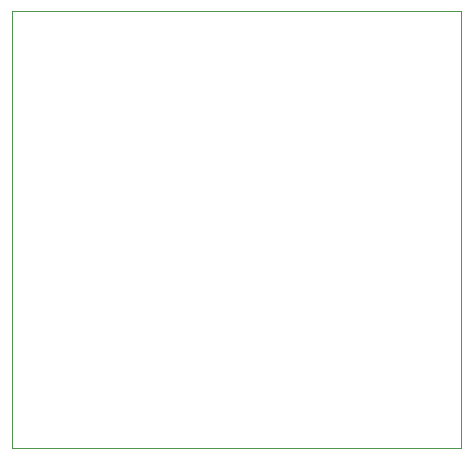
<source format=gbr>
%TF.GenerationSoftware,KiCad,Pcbnew,7.0.7*%
%TF.CreationDate,2023-09-12T13:53:03+02:00*%
%TF.ProjectId,CDU,4344552e-6b69-4636-9164-5f7063625858,rev?*%
%TF.SameCoordinates,Original*%
%TF.FileFunction,Profile,NP*%
%FSLAX46Y46*%
G04 Gerber Fmt 4.6, Leading zero omitted, Abs format (unit mm)*
G04 Created by KiCad (PCBNEW 7.0.7) date 2023-09-12 13:53:03*
%MOMM*%
%LPD*%
G01*
G04 APERTURE LIST*
%TA.AperFunction,Profile*%
%ADD10C,0.100000*%
%TD*%
G04 APERTURE END LIST*
D10*
X116000000Y-52000000D02*
X116000000Y-89000000D01*
X116000000Y-89000000D02*
X78000000Y-89000000D01*
X78000000Y-52000000D02*
X116000000Y-52000000D01*
X78000000Y-66000000D02*
X78000000Y-89000000D01*
X78000000Y-66000000D02*
X78000000Y-52000000D01*
M02*

</source>
